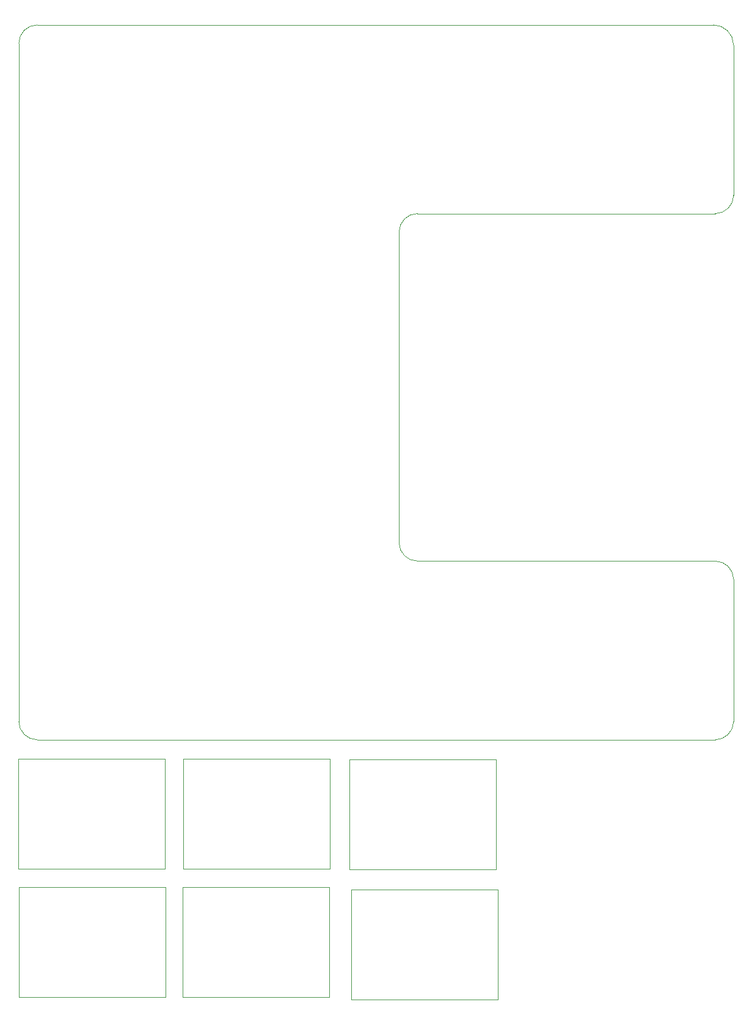
<source format=gbr>
%TF.GenerationSoftware,KiCad,Pcbnew,6.0.7-f9a2dced07~116~ubuntu20.04.1*%
%TF.CreationDate,2022-10-31T15:28:57+01:00*%
%TF.ProjectId,av_citynode_hw,61765f63-6974-4796-9e6f-64655f68772e,rev?*%
%TF.SameCoordinates,Original*%
%TF.FileFunction,Profile,NP*%
%FSLAX46Y46*%
G04 Gerber Fmt 4.6, Leading zero omitted, Abs format (unit mm)*
G04 Created by KiCad (PCBNEW 6.0.7-f9a2dced07~116~ubuntu20.04.1) date 2022-10-31 15:28:57*
%MOMM*%
%LPD*%
G01*
G04 APERTURE LIST*
%TA.AperFunction,Profile*%
%ADD10C,0.100000*%
%TD*%
G04 APERTURE END LIST*
D10*
X21996000Y-94829000D02*
X42316000Y-94829000D01*
X42316000Y-94829000D02*
X42316000Y-110069000D01*
X42316000Y-110069000D02*
X21996000Y-110069000D01*
X21996000Y-110069000D02*
X21996000Y-94829000D01*
X98335500Y-52169000D02*
G75*
G03*
X95795500Y-49629000I-2540000J0D01*
G01*
X45096000Y-77129000D02*
X65416000Y-77129000D01*
X65416000Y-77129000D02*
X65416000Y-92369000D01*
X65416000Y-92369000D02*
X45096000Y-92369000D01*
X45096000Y-92369000D02*
X45096000Y-77129000D01*
X54520500Y-49629000D02*
X95795500Y-49629000D01*
X-704000Y-94829000D02*
X19616000Y-94829000D01*
X19616000Y-94829000D02*
X19616000Y-110069000D01*
X19616000Y-110069000D02*
X-704000Y-110069000D01*
X-704000Y-110069000D02*
X-704000Y-94829000D01*
X95795500Y-74394000D02*
G75*
G03*
X98335500Y-71854000I0J2540000D01*
G01*
X1815500Y-74394000D02*
X95795500Y-74394000D01*
X95541500Y24666000D02*
X1815500Y24666000D01*
X98335500Y21872000D02*
X98335500Y1062051D01*
X-804000Y-77029000D02*
X19516000Y-77029000D01*
X19516000Y-77029000D02*
X19516000Y-92269000D01*
X19516000Y-92269000D02*
X-804000Y-92269000D01*
X-804000Y-92269000D02*
X-804000Y-77029000D01*
X-724500Y22126000D02*
X-724500Y-71854000D01*
X54520500Y-1477900D02*
G75*
G03*
X51980500Y-4017949I0J-2540000D01*
G01*
X45318000Y-95114000D02*
X65638000Y-95114000D01*
X65638000Y-95114000D02*
X65638000Y-110354000D01*
X65638000Y-110354000D02*
X45318000Y-110354000D01*
X45318000Y-110354000D02*
X45318000Y-95114000D01*
X51980500Y-47089000D02*
G75*
G03*
X54520500Y-49629000I2540000J0D01*
G01*
X98335500Y-52169000D02*
X98335500Y-71854000D01*
X98335500Y21872000D02*
G75*
G03*
X95541500Y24666000I-2794000J0D01*
G01*
X-724500Y-71854000D02*
G75*
G03*
X1815500Y-74394000I2540000J0D01*
G01*
X1815500Y24666000D02*
G75*
G03*
X-724500Y22126000I0J-2540000D01*
G01*
X51980500Y-4017949D02*
X51980500Y-47089000D01*
X22096000Y-77029000D02*
X42416000Y-77029000D01*
X42416000Y-77029000D02*
X42416000Y-92269000D01*
X42416000Y-92269000D02*
X22096000Y-92269000D01*
X22096000Y-92269000D02*
X22096000Y-77029000D01*
X95795500Y-1477900D02*
G75*
G03*
X98335500Y1062051I0J2540000D01*
G01*
X95795500Y-1477949D02*
X54520500Y-1477949D01*
M02*

</source>
